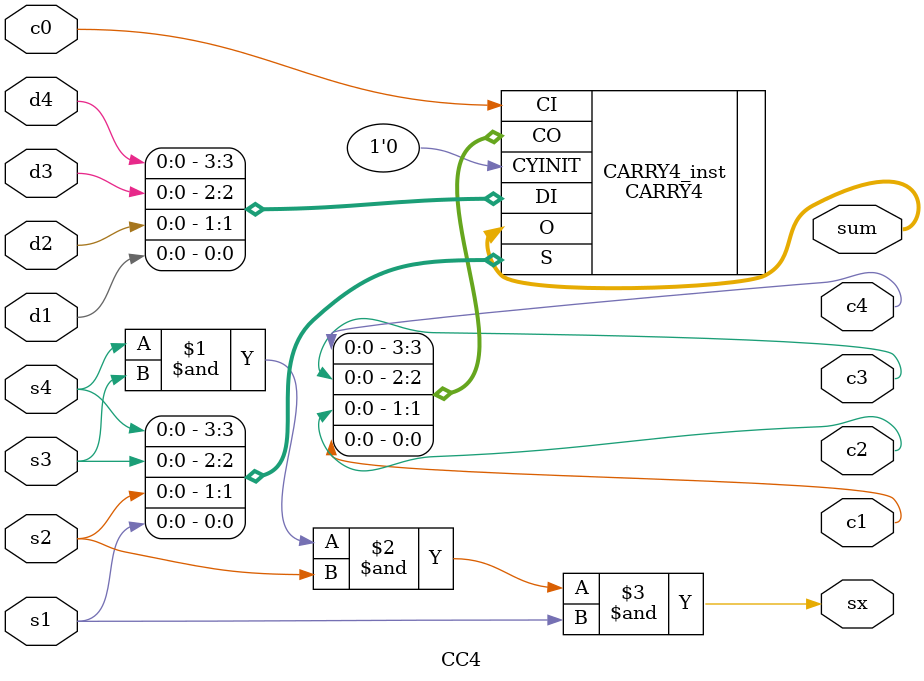
<source format=v>
`timescale 1ns/1ns
module CC4(
    input               c0                  ,
    input               s1                  ,
    input               s2                  ,
    input               s3                  ,
    input               s4                  ,
    input               d1                  ,
    input               d2                  ,
    input               d3                  ,
    input               d4                  ,

    output              sx                  ,
    output [3:0]        sum                 ,
    output              c1                  ,
    output              c2                  ,
    output              c3                  ,
    output              c4                     //        
);

//   CARRY4    : In order to incorporate this function into the design,
//   Verilog   : the following instance declaration needs to be placed
//  instance   : in the body of the design code.  The instance name
// declaration : (CARRY4_inst) and/or the port declarations within the
//    code     : parenthesis may be changed to properly reference and
//             : connect this function to the design. All inputs and
//             : and outputs of this primitive should be connected.

//  <-----Cut code below this line---->

   // CARRY4: Fast Carry Logic Component
   //         Artix-7
   // Xilinx HDL Language Template, version 2019.2

   CARRY4 CARRY4_inst (
      .CO({c4, c3, c2, c1}),         // 4-bit carry out
      .O(sum),           // 4-bit carry chain XOR data out
      .CI(c0),         // 1-bit carry cascade input
      .CYINIT(1'b0), // 1-bit carry initialization
      .DI({d4, d3, d2, d1}),         // 4-bit carry-MUX data in
      .S({s4, s3, s2, s1})            // 4-bit carry-MUX select input
   );

   // End of CARRY4_inst instantiation
				
    assign sx = s4 & s3 & s2 & s1;

endmodule


</source>
